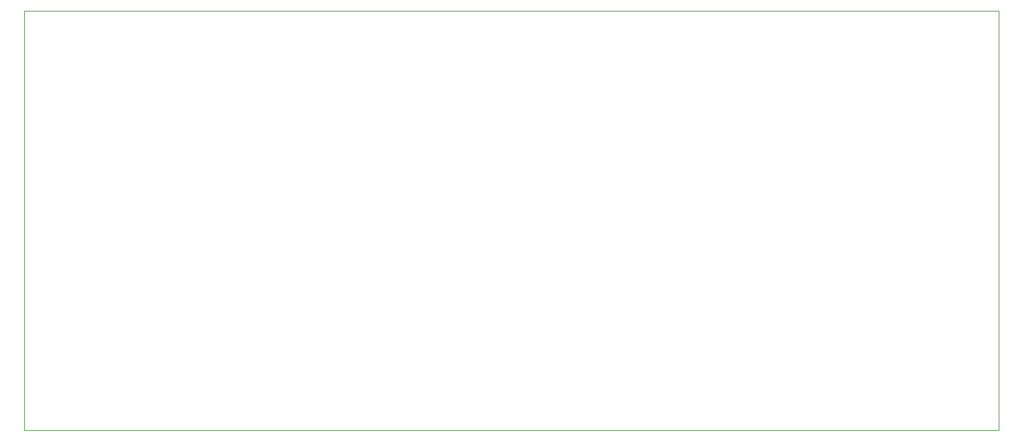
<source format=gbr>
G04*
G04 #@! TF.GenerationSoftware,Altium Limited,Altium Designer,24.5.1 (21)*
G04*
G04 Layer_Color=0*
%FSLAX25Y25*%
%MOIN*%
G70*
G04*
G04 #@! TF.SameCoordinates,3106325B-D942-48A4-ABE3-467AB4579E9E*
G04*
G04*
G04 #@! TF.FilePolarity,Positive*
G04*
G01*
G75*
%ADD60C,0.00100*%
D60*
X-394Y-394D02*
X507874D01*
Y218504D01*
X-394D01*
Y-394D01*
M02*

</source>
